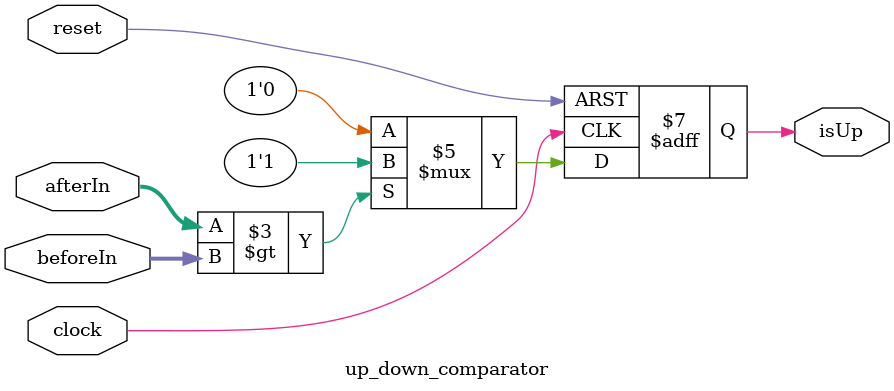
<source format=v>
`timescale 1ns/1ns

module up_down_comparator (
    input  wire        clock,
    input  wire        reset,    // active low reset
    input  wire [3:0]  beforeIn,
    input  wire [3:0]  afterIn,
    output reg         isUp
);

    always @(posedge clock or negedge reset) begin
        if (!reset) begin
            isUp <= 1'b0;
        end else begin
            if (afterIn > beforeIn)
                isUp <= 1'b1;
            else
                isUp <= 1'b0;
        end
    end

endmodule

</source>
